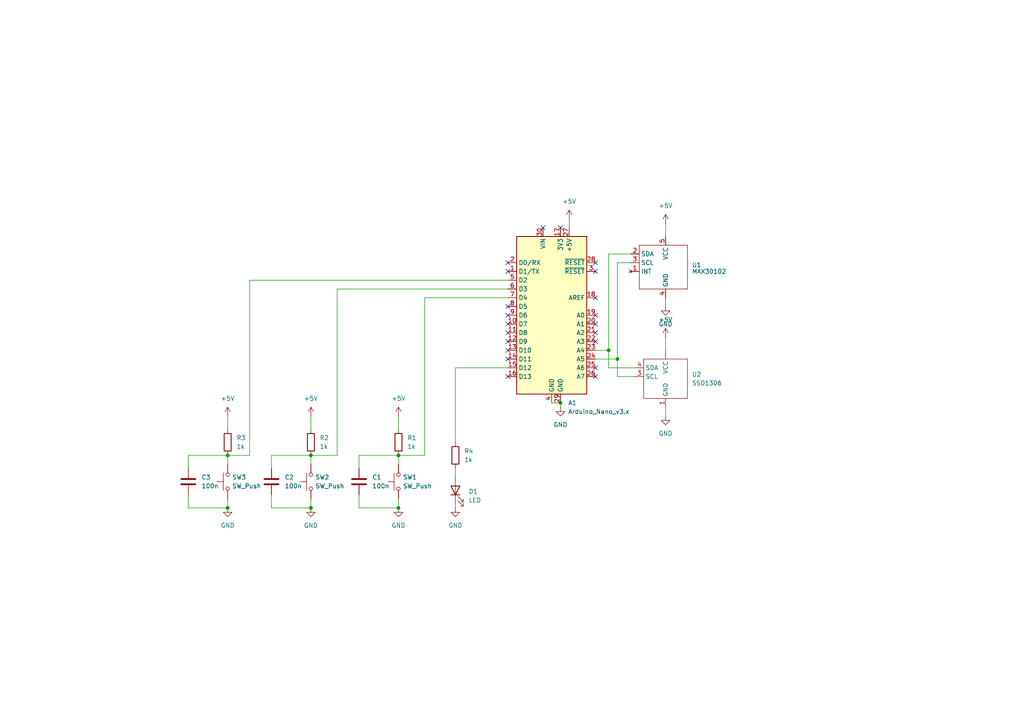
<source format=kicad_sch>
(kicad_sch (version 20231120) (generator "eeschema") (generator_version "8.0")
  (paper "A4")
  (lib_symbols
    (symbol "Device:C" (pin_numbers hide) (pin_names (offset 0.254))
      (property "Reference" "C" (at 0.635 2.54 0))
      (property "Value" "C" (at 0.635 -2.54 0))
      (symbol "C_0_1"
        (polyline (pts (xy -2.032 -0.762) (xy 2.032 -0.762)) (stroke (width 0.508)))
        (polyline (pts (xy -2.032 0.762) (xy 2.032 0.762)) (stroke (width 0.508)))
      )
      (symbol "C_1_1"
        (pin passive line (at 0 3.81 270) (length 2.794) (name "~") (number "1"))
        (pin passive line (at 0 -3.81 90) (length 2.794) (name "~") (number "2"))
      )
    )
    (symbol "Device:LED" (pin_numbers hide) (pin_names (offset 1.016) hide)
      (property "Reference" "D" (at 0 2.54 0))
      (property "Value" "LED" (at 0 -2.54 0))
      (symbol "LED_0_1"
        (polyline (pts (xy -1.27 -1.27) (xy -1.27 1.27)) (stroke (width 0.254)))
        (polyline (pts (xy -1.27 0) (xy 1.27 0)))
        (polyline (pts (xy 1.27 -1.27) (xy 1.27 1.27) (xy -1.27 0) (xy 1.27 -1.27)) (stroke (width 0.254)))
        (polyline (pts (xy -3.048 -0.762) (xy -4.572 -2.286) (xy -3.81 -2.286) (xy -4.572 -2.286) (xy -4.572 -1.524)))
        (polyline (pts (xy -1.778 -0.762) (xy -3.302 -2.286) (xy -2.54 -2.286) (xy -3.302 -2.286) (xy -3.302 -1.524)))
      )
      (symbol "LED_1_1"
        (pin passive line (at -3.81 0 0) (length 2.54) (name "K") (number "1"))
        (pin passive line (at 3.81 0 180) (length 2.54) (name "A") (number "2"))
      )
    )
    (symbol "Device:R" (pin_numbers hide) (pin_names (offset 0))
      (property "Reference" "R" (at 2.032 0 90))
      (property "Value" "R" (at 0 0 90))
      (symbol "R_0_1"
        (rectangle (start -1.016 -2.54) (end 1.016 2.54) (stroke (width 0.254)))
      )
      (symbol "R_1_1"
        (pin passive line (at 0 3.81 270) (length 1.27) (name "~") (number "1"))
        (pin passive line (at 0 -3.81 90) (length 1.27) (name "~") (number "2"))
      )
    )
    (symbol "MCU_Module:Arduino_Nano_v3.x"
      (property "Reference" "A" (at -10.16 23.495 0))
      (property "Value" "Arduino_Nano_v3.x" (at 5.08 -24.13 0))
      (symbol "Arduino_Nano_v3.x_0_1"
        (rectangle (start -10.16 22.86) (end 10.16 -22.86) (stroke (width 0.254)) (fill (type background)))
      )
      (symbol "Arduino_Nano_v3.x_1_1"
        (pin bidirectional line (at -12.7 12.7 0) (length 2.54) (name "D1/TX") (number "1"))
        (pin bidirectional line (at -12.7 -2.54 0) (length 2.54) (name "D7") (number "10"))
        (pin bidirectional line (at -12.7 -5.08 0) (length 2.54) (name "D8") (number "11"))
        (pin bidirectional line (at -12.7 -7.62 0) (length 2.54) (name "D9") (number "12"))
        (pin bidirectional line (at -12.7 -10.16 0) (length 2.54) (name "D10") (number "13"))
        (pin bidirectional line (at -12.7 -12.7 0) (length 2.54) (name "D11") (number "14"))
        (pin bidirectional line (at -12.7 -15.24 0) (length 2.54) (name "D12") (number "15"))
        (pin bidirectional line (at -12.7 -17.78 0) (length 2.54) (name "D13") (number "16"))
        (pin power_out line (at 2.54 25.4 270) (length 2.54) (name "3V3") (number "17"))
        (pin input line (at 12.7 5.08 180) (length 2.54) (name "AREF") (number "18"))
        (pin bidirectional line (at 12.7 0 180) (length 2.54) (name "A0") (number "19"))
        (pin bidirectional line (at -12.7 15.24 0) (length 2.54) (name "D0/RX") (number "2"))
        (pin bidirectional line (at 12.7 -2.54 180) (length 2.54) (name "A1") (number "20"))
        (pin bidirectional line (at 12.7 -5.08 180) (length 2.54) (name "A2") (number "21"))
        (pin bidirectional line (at 12.7 -7.62 180) (length 2.54) (name "A3") (number "22"))
        (pin bidirectional line (at 12.7 -10.16 180) (length 2.54) (name "A4") (number "23"))
        (pin bidirectional line (at 12.7 -12.7 180) (length 2.54) (name "A5") (number "24"))
        (pin bidirectional line (at 12.7 -15.24 180) (length 2.54) (name "A6") (number "25"))
        (pin bidirectional line (at 12.7 -17.78 180) (length 2.54) (name "A7") (number "26"))
        (pin power_out line (at 5.08 25.4 270) (length 2.54) (name "+5V") (number "27"))
        (pin input line (at 12.7 15.24 180) (length 2.54) (name "~{RESET}") (number "28"))
        (pin power_in line (at 2.54 -25.4 90) (length 2.54) (name "GND") (number "29"))
        (pin input line (at 12.7 12.7 180) (length 2.54) (name "~{RESET}") (number "3"))
        (pin power_in line (at -2.54 25.4 270) (length 2.54) (name "VIN") (number "30"))
        (pin power_in line (at 0 -25.4 90) (length 2.54) (name "GND") (number "4"))
        (pin bidirectional line (at -12.7 10.16 0) (length 2.54) (name "D2") (number "5"))
        (pin bidirectional line (at -12.7 7.62 0) (length 2.54) (name "D3") (number "6"))
        (pin bidirectional line (at -12.7 5.08 0) (length 2.54) (name "D4") (number "7"))
        (pin bidirectional line (at -12.7 2.54 0) (length 2.54) (name "D5") (number "8"))
        (pin bidirectional line (at -12.7 0 0) (length 2.54) (name "D6") (number "9"))
      )
    )
    (symbol "Switch:SW_Push" (pin_numbers hide) (pin_names (offset 1.016) hide)
      (property "Reference" "SW" (at 1.27 2.54 0))
      (property "Value" "SW_Push" (at 0 -1.524 0))
      (symbol "SW_Push_0_1"
        (circle (center -2.032 0) (radius 0.508))
        (polyline (pts (xy 0 1.27) (xy 0 3.048)))
        (polyline (pts (xy 2.54 1.27) (xy -2.54 1.27)))
        (circle (center 2.032 0) (radius 0.508))
        (pin passive line (at -5.08 0 0) (length 2.54) (name "1") (number "1"))
        (pin passive line (at 5.08 0 180) (length 2.54) (name "2") (number "2"))
      )
    )
    (symbol "power:+5V" (power) (pin_numbers hide) (pin_names (offset 0) hide)
      (property "Value" "+5V" (at 0 3.556 0))
      (symbol "+5V_0_1"
        (polyline (pts (xy -0.762 1.27) (xy 0 2.54)))
        (polyline (pts (xy 0 0) (xy 0 2.54)))
        (polyline (pts (xy 0 2.54) (xy 0.762 1.27)))
      )
      (symbol "+5V_1_1"
        (pin power_in line (at 0 0 90) (length 0) (name "~") (number "1"))
      )
    )
    (symbol "power:GND" (power) (pin_numbers hide) (pin_names (offset 0) hide)
      (property "Value" "GND" (at 0 -3.81 0))
      (symbol "GND_0_1"
        (polyline (pts (xy 0 0) (xy 0 -1.27) (xy 1.27 -1.27) (xy 0 -2.54) (xy -1.27 -1.27) (xy 0 -1.27)))
      )
      (symbol "GND_1_1"
        (pin power_in line (at 0 0 270) (length 0) (name "~") (number "1"))
      )
    )
    (symbol "spo2_stuff:MAX30102_module"
      (property "Reference" "U" (at 4.826 -3.556 0))
      (property "Value" "MAX30102" (at 10.922 -11.43 0))
      (symbol "MAX30102_module_0_1"
        (rectangle (start -2.54 2.54) (end 11.43 -10.16))
      )
      (symbol "MAX30102_module_1_1"
        (pin no_connect line (at -5.08 -5.08 0) (length 2.54) (name "INT") (number "1"))
        (pin bidirectional line (at -5.08 0 0) (length 2.54) (name "SDA") (number "2"))
        (pin input line (at -5.08 -2.54 0) (length 2.54) (name "SCL") (number "3"))
        (pin power_out line (at 5.08 -12.7 90) (length 2.54) (name "GND") (number "4"))
        (pin power_in line (at 5.08 5.08 270) (length 2.54) (name "VCC") (number "5"))
      )
    )
    (symbol "spo2_stuff:SSD1306"
      (property "Reference" "U" (at 0 0.508 0))
      (property "Value" "SSD1306" (at 4.826 -6.604 0))
      (symbol "SSD1306_0_1"
        (rectangle (start -6.35 6.35) (end 6.35 -5.08))
      )
      (symbol "SSD1306_1_1"
        (pin power_in line (at 0 8.89 270) (length 2.54) (name "VCC") (number ""))
        (pin power_in line (at 0 -7.62 90) (length 2.54) (name "GND") (number "1"))
        (pin input line (at -8.89 1.27 0) (length 2.54) (name "SCL") (number "3"))
        (pin bidirectional line (at -8.89 3.81 0) (length 2.54) (name "SDA") (number "4"))
      )
    )
  )
  (junction (at 66.04 147.32))
  (junction (at 115.57 132.08))
  (junction (at 90.17 147.32))
  (junction (at 176.53 101.6))
  (junction (at 179.07 104.14))
  (junction (at 115.57 147.32))
  (junction (at 66.04 132.08))
  (junction (at 162.56 116.84))
  (junction (at 90.17 132.08))
  (no_connect (at 147.32 93.98))
  (no_connect (at 172.72 99.06))
  (no_connect (at 147.32 104.14))
  (no_connect (at 162.56 66.04))
  (no_connect (at 172.72 96.52))
  (no_connect (at 172.72 109.22))
  (no_connect (at 147.32 91.44))
  (no_connect (at 172.72 76.2))
  (no_connect (at 147.32 78.74))
  (no_connect (at 172.72 86.36))
  (no_connect (at 172.72 106.68))
  (no_connect (at 172.72 93.98))
  (no_connect (at 147.32 88.9))
  (no_connect (at 157.48 66.04))
  (no_connect (at 147.32 101.6))
  (no_connect (at 172.72 91.44))
  (no_connect (at 147.32 109.22))
  (no_connect (at 147.32 76.2))
  (no_connect (at 147.32 99.06))
  (no_connect (at 172.72 78.74))
  (no_connect (at 147.32 96.52))
  (wire (pts (xy 90.17 132.08) (xy 78.74 132.08)))
  (wire (pts (xy 78.74 143.51) (xy 78.74 147.32)))
  (wire (pts (xy 66.04 144.78) (xy 66.04 147.32)))
  (wire (pts (xy 147.32 81.28) (xy 72.39 81.28)))
  (wire (pts (xy 132.08 146.05) (xy 132.08 147.32)))
  (wire (pts (xy 97.79 132.08) (xy 90.17 132.08)))
  (wire (pts (xy 176.53 73.66) (xy 182.88 73.66)))
  (wire (pts (xy 193.04 97.79) (xy 193.04 101.6)))
  (wire (pts (xy 78.74 132.08) (xy 78.74 135.89)))
  (wire (pts (xy 90.17 144.78) (xy 90.17 147.32)))
  (wire (pts (xy 78.74 147.32) (xy 90.17 147.32)))
  (wire (pts (xy 172.72 104.14) (xy 179.07 104.14)))
  (wire (pts (xy 66.04 120.65) (xy 66.04 124.46)))
  (wire (pts (xy 115.57 132.08) (xy 115.57 134.62)))
  (wire (pts (xy 147.32 86.36) (xy 123.19 86.36)))
  (wire (pts (xy 104.14 143.51) (xy 104.14 147.32)))
  (wire (pts (xy 66.04 132.08) (xy 54.61 132.08)))
  (wire (pts (xy 179.07 109.22) (xy 184.15 109.22)))
  (wire (pts (xy 66.04 132.08) (xy 66.04 134.62)))
  (wire (pts (xy 193.04 118.11) (xy 193.04 120.65)))
  (wire (pts (xy 97.79 83.82) (xy 97.79 132.08)))
  (wire (pts (xy 54.61 143.51) (xy 54.61 147.32)))
  (wire (pts (xy 147.32 83.82) (xy 97.79 83.82)))
  (wire (pts (xy 115.57 132.08) (xy 104.14 132.08)))
  (wire (pts (xy 123.19 86.36) (xy 123.19 132.08)))
  (wire (pts (xy 193.04 86.36) (xy 193.04 88.9)))
  (wire (pts (xy 90.17 120.65) (xy 90.17 124.46)))
  (wire (pts (xy 132.08 106.68) (xy 147.32 106.68)))
  (wire (pts (xy 90.17 132.08) (xy 90.17 134.62)))
  (wire (pts (xy 179.07 76.2) (xy 182.88 76.2)))
  (wire (pts (xy 160.02 116.84) (xy 162.56 116.84)))
  (wire (pts (xy 193.04 64.77) (xy 193.04 68.58)))
  (wire (pts (xy 176.53 101.6) (xy 176.53 106.68)))
  (wire (pts (xy 72.39 81.28) (xy 72.39 132.08)))
  (wire (pts (xy 176.53 101.6) (xy 176.53 73.66)))
  (wire (pts (xy 179.07 104.14) (xy 179.07 109.22)))
  (wire (pts (xy 179.07 104.14) (xy 179.07 76.2)))
  (wire (pts (xy 115.57 120.65) (xy 115.57 124.46)))
  (wire (pts (xy 172.72 101.6) (xy 176.53 101.6)))
  (wire (pts (xy 104.14 147.32) (xy 115.57 147.32)))
  (wire (pts (xy 104.14 132.08) (xy 104.14 135.89)))
  (wire (pts (xy 132.08 135.89) (xy 132.08 138.43)))
  (wire (pts (xy 115.57 144.78) (xy 115.57 147.32)))
  (wire (pts (xy 54.61 147.32) (xy 66.04 147.32)))
  (wire (pts (xy 132.08 128.27) (xy 132.08 106.68)))
  (wire (pts (xy 165.1 63.5) (xy 165.1 66.04)))
  (wire (pts (xy 54.61 132.08) (xy 54.61 135.89)))
  (wire (pts (xy 176.53 106.68) (xy 184.15 106.68)))
  (wire (pts (xy 162.56 116.84) (xy 162.56 118.11)))
  (wire (pts (xy 72.39 132.08) (xy 66.04 132.08)))
  (wire (pts (xy 123.19 132.08) (xy 115.57 132.08)))
  (symbol (lib_id "Device:R") (at 115.57 128.27 0) (unit 1)
    (property "Reference" "R1" (at 118.11 126.9999 0) (effects (justify left)))
    (property "Value" "1k" (at 118.11 129.5399 0) (effects (justify left)))
    (property "Footprint" "Resistor_THT:R_Axial_DIN0207_L6.3mm_D2.5mm_P7.62mm_Horizontal" (effects (hide yes)))
    (property "Description" "Resistor" (effects (hide yes)))
  )
  (symbol (lib_id "spo2_stuff:MAX30102_module") (at 187.96 73.66 0) (unit 1)
    (property "Reference" "U1" (at 200.66 76.8349 0) (effects (justify left)))
    (property "Value" "MAX30102" (at 200.66 78.74 0) (effects (justify left)))
    (property "Footprint" "spo2_stuff:MAX30102_MODULE" (effects (hide yes)))
  )
  (symbol (lib_id "power:+5V") (at 66.04 120.65 0) (unit 1)
    (property "Reference" "#PWR07" (effects (hide yes)))
    (property "Value" "+5V" (at 66.04 115.57 0))
    (property "Description" "Power symbol creates a global label with name \"+5V\"" (effects (hide yes)))
  )
  (symbol (lib_id "spo2_stuff:SSD1306") (at 193.04 110.49 0) (unit 1)
    (property "Reference" "U2" (at 200.66 108.5849 0) (effects (justify left)))
    (property "Value" "SSD1306" (at 200.66 111.1249 0) (effects (justify left)))
    (property "Footprint" "spo2_stuff:SSD1306" (effects (hide yes)))
  )
  (symbol (lib_id "Device:C") (at 54.61 139.7 0) (unit 1)
    (property "Reference" "C3" (at 58.42 138.4299 0) (effects (justify left)))
    (property "Value" "100n" (at 58.42 140.9699 0) (effects (justify left)))
    (property "Footprint" "Capacitor_THT:C_Disc_D4.7mm_W2.5mm_P5.00mm" (effects (hide yes)))
    (property "Description" "Unpolarized capacitor" (effects (hide yes)))
  )
  (symbol (lib_id "power:+5V") (at 90.17 120.65 0) (unit 1)
    (property "Reference" "#PWR05" (effects (hide yes)))
    (property "Value" "+5V" (at 90.17 115.57 0))
    (property "Description" "Power symbol creates a global label with name \"+5V\"" (effects (hide yes)))
  )
  (symbol (lib_id "Device:R") (at 90.17 128.27 0) (unit 1)
    (property "Reference" "R2" (at 92.71 126.9999 0) (effects (justify left)))
    (property "Value" "1k" (at 92.71 129.5399 0) (effects (justify left)))
    (property "Footprint" "Resistor_THT:R_Axial_DIN0207_L6.3mm_D2.5mm_P7.62mm_Horizontal" (effects (hide yes)))
    (property "Description" "Resistor" (effects (hide yes)))
  )
  (symbol (lib_id "power:GND") (at 193.04 120.65 0) (unit 1)
    (property "Reference" "#PWR010" (effects (hide yes)))
    (property "Value" "GND" (at 193.04 125.73 0))
    (property "Description" "Power symbol creates a global label with name \"GND\" , ground" (effects (hide yes)))
  )
  (symbol (lib_id "Device:C") (at 104.14 139.7 0) (unit 1)
    (property "Reference" "C1" (at 107.95 138.4299 0) (effects (justify left)))
    (property "Value" "100n" (at 107.95 140.9699 0) (effects (justify left)))
    (property "Footprint" "Capacitor_THT:C_Disc_D4.7mm_W2.5mm_P5.00mm" (effects (hide yes)))
    (property "Description" "Unpolarized capacitor" (effects (hide yes)))
  )
  (symbol (lib_id "power:+5V") (at 115.57 120.65 0) (unit 1)
    (property "Reference" "#PWR03" (effects (hide yes)))
    (property "Value" "+5V" (at 115.57 115.57 0))
    (property "Description" "Power symbol creates a global label with name \"+5V\"" (effects (hide yes)))
  )
  (symbol (lib_id "power:GND") (at 132.08 147.32 0) (unit 1)
    (property "Reference" "#PWR09" (effects (hide yes)))
    (property "Value" "GND" (at 132.08 152.4 0))
    (property "Description" "Power symbol creates a global label with name \"GND\" , ground" (effects (hide yes)))
  )
  (symbol (lib_id "Device:R") (at 66.04 128.27 0) (unit 1)
    (property "Reference" "R3" (at 68.58 126.9999 0) (effects (justify left)))
    (property "Value" "1k" (at 68.58 129.5399 0) (effects (justify left)))
    (property "Footprint" "Resistor_THT:R_Axial_DIN0207_L6.3mm_D2.5mm_P7.62mm_Horizontal" (effects (hide yes)))
    (property "Description" "Resistor" (effects (hide yes)))
  )
  (symbol (lib_id "Device:R") (at 132.08 132.08 0) (unit 1)
    (property "Reference" "R4" (at 134.62 130.8099 0) (effects (justify left)))
    (property "Value" "1k" (at 134.62 133.3499 0) (effects (justify left)))
    (property "Footprint" "Resistor_THT:R_Axial_DIN0207_L6.3mm_D2.5mm_P7.62mm_Horizontal" (effects (hide yes)))
    (property "Description" "Resistor" (effects (hide yes)))
  )
  (symbol (lib_id "power:GND") (at 162.56 118.11 0) (unit 1)
    (property "Reference" "#PWR02" (effects (hide yes)))
    (property "Value" "GND" (at 162.56 123.19 0))
    (property "Description" "Power symbol creates a global label with name \"GND\" , ground" (effects (hide yes)))
  )
  (symbol (lib_id "MCU_Module:Arduino_Nano_v3.x") (at 160.02 91.44 0) (unit 1)
    (property "Reference" "A1" (at 164.7541 116.84 0) (effects (justify left)))
    (property "Value" "Arduino_Nano_v3.x" (at 164.7541 119.38 0) (effects (justify left)))
    (property "Footprint" "Module:Arduino_Nano" (effects (hide yes)))
    (property "Datasheet" "http://www.mouser.com/pdfdocs/Gravitech_Arduino_Nano3_0.pdf" (effects (hide yes)))
    (property "Description" "Arduino Nano v3.x" (effects (hide yes)))
  )
  (symbol (lib_id "Device:C") (at 78.74 139.7 0) (unit 1)
    (property "Reference" "C2" (at 82.55 138.4299 0) (effects (justify left)))
    (property "Value" "100n" (at 82.55 140.9699 0) (effects (justify left)))
    (property "Footprint" "Capacitor_THT:C_Disc_D4.7mm_W2.5mm_P5.00mm" (effects (hide yes)))
    (property "Description" "Unpolarized capacitor" (effects (hide yes)))
  )
  (symbol (lib_id "power:GND") (at 90.17 147.32 0) (unit 1)
    (property "Reference" "#PWR06" (effects (hide yes)))
    (property "Value" "GND" (at 90.17 152.4 0))
    (property "Description" "Power symbol creates a global label with name \"GND\" , ground" (effects (hide yes)))
  )
  (symbol (lib_id "power:GND") (at 115.57 147.32 0) (unit 1)
    (property "Reference" "#PWR04" (effects (hide yes)))
    (property "Value" "GND" (at 115.57 152.4 0))
    (property "Description" "Power symbol creates a global label with name \"GND\" , ground" (effects (hide yes)))
  )
  (symbol (lib_id "Device:LED") (at 132.08 142.24 90) (unit 1)
    (property "Reference" "D1" (at 135.89 142.5574 90) (effects (justify right)))
    (property "Value" "LED" (at 135.89 145.0974 90) (effects (justify right)))
    (property "Footprint" "LED_THT:LED_D5.0mm" (effects (hide yes)))
    (property "Description" "Light emitting diode" (effects (hide yes)))
  )
  (symbol (lib_id "power:+5V") (at 193.04 64.77 0) (unit 1)
    (property "Reference" "#PWR012" (effects (hide yes)))
    (property "Value" "+5V" (at 193.04 59.69 0))
    (property "Description" "Power symbol creates a global label with name \"+5V\"" (effects (hide yes)))
  )
  (symbol (lib_id "Switch:SW_Push") (at 90.17 139.7 90) (unit 1)
    (property "Reference" "SW2" (at 91.44 138.4299 90) (effects (justify right)))
    (property "Value" "SW_Push" (at 91.44 140.9699 90) (effects (justify right)))
    (property "Footprint" "Button_Switch_THT:SW_PUSH_6mm" (effects (hide yes)))
    (property "Description" "Push button switch, generic, two pins" (effects (hide yes)))
  )
  (symbol (lib_id "power:GND") (at 193.04 88.9 0) (unit 1)
    (property "Reference" "#PWR011" (effects (hide yes)))
    (property "Value" "GND" (at 193.04 93.98 0))
    (property "Description" "Power symbol creates a global label with name \"GND\" , ground" (effects (hide yes)))
  )
  (symbol (lib_id "power:+5V") (at 165.1 63.5 0) (unit 1)
    (property "Reference" "#PWR01" (effects (hide yes)))
    (property "Value" "+5V" (at 165.1 58.42 0))
    (property "Description" "Power symbol creates a global label with name \"+5V\"" (effects (hide yes)))
  )
  (symbol (lib_id "Switch:SW_Push") (at 115.57 139.7 90) (unit 1)
    (property "Reference" "SW1" (at 116.84 138.4299 90) (effects (justify right)))
    (property "Value" "SW_Push" (at 116.84 140.9699 90) (effects (justify right)))
    (property "Footprint" "Button_Switch_THT:SW_PUSH_6mm" (effects (hide yes)))
    (property "Description" "Push button switch, generic, two pins" (effects (hide yes)))
  )
  (symbol (lib_id "power:GND") (at 66.04 147.32 0) (unit 1)
    (property "Reference" "#PWR08" (effects (hide yes)))
    (property "Value" "GND" (at 66.04 152.4 0))
    (property "Description" "Power symbol creates a global label with name \"GND\" , ground" (effects (hide yes)))
  )
  (symbol (lib_id "power:+5V") (at 193.04 97.79 0) (unit 1)
    (property "Reference" "#PWR013" (effects (hide yes)))
    (property "Value" "+5V" (at 193.04 92.71 0))
    (property "Description" "Power symbol creates a global label with name \"+5V\"" (effects (hide yes)))
  )
  (symbol (lib_id "Switch:SW_Push") (at 66.04 139.7 90) (unit 1)
    (property "Reference" "SW3" (at 67.31 138.4299 90) (effects (justify right)))
    (property "Value" "SW_Push" (at 67.31 140.9699 90) (effects (justify right)))
    (property "Footprint" "Button_Switch_THT:SW_PUSH_6mm" (effects (hide yes)))
    (property "Description" "Push button switch, generic, two pins" (effects (hide yes)))
  )
)
</source>
